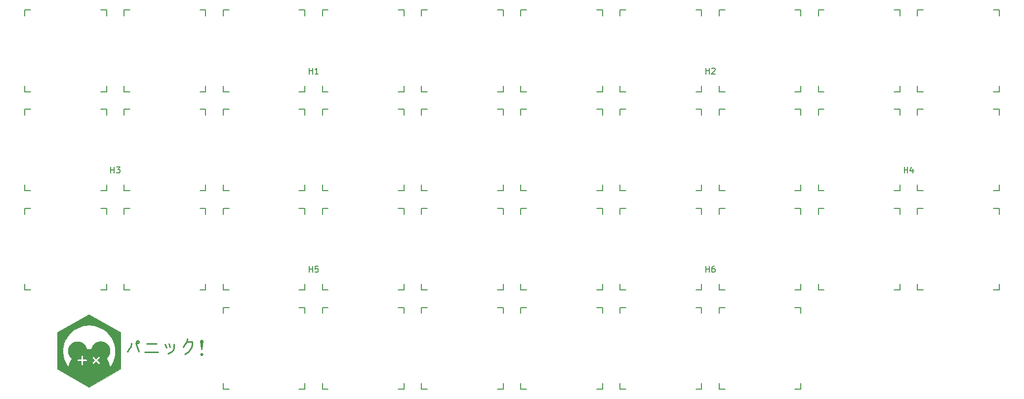
<source format=gbr>
%TF.GenerationSoftware,KiCad,Pcbnew,(6.0.4-0)*%
%TF.CreationDate,2023-01-08T13:58:21-06:00*%
%TF.ProjectId,bancouver40_cfx,62616e63-6f75-4766-9572-34305f636678,rev?*%
%TF.SameCoordinates,Original*%
%TF.FileFunction,Legend,Top*%
%TF.FilePolarity,Positive*%
%FSLAX46Y46*%
G04 Gerber Fmt 4.6, Leading zero omitted, Abs format (unit mm)*
G04 Created by KiCad (PCBNEW (6.0.4-0)) date 2023-01-08 13:58:21*
%MOMM*%
%LPD*%
G01*
G04 APERTURE LIST*
%ADD10C,0.010000*%
%ADD11C,0.280000*%
%ADD12C,0.150000*%
G04 APERTURE END LIST*
D10*
G36*
X86876667Y-68568130D02*
G01*
X92278571Y-71686921D01*
X92278574Y-77924511D01*
X86876662Y-81043303D01*
X81474757Y-77924512D01*
X81474756Y-74902553D01*
X82382210Y-74902553D01*
X82386314Y-75096210D01*
X82398514Y-75287783D01*
X82418645Y-75477106D01*
X82446540Y-75664013D01*
X82482035Y-75848338D01*
X82524962Y-76029915D01*
X82575157Y-76208579D01*
X82632452Y-76384164D01*
X82696682Y-76556503D01*
X82767682Y-76725431D01*
X82845285Y-76890781D01*
X82929326Y-77052388D01*
X83019638Y-77210087D01*
X83116055Y-77363710D01*
X83218412Y-77513092D01*
X83326543Y-77658068D01*
X83341832Y-77552162D01*
X83360192Y-77447277D01*
X83381575Y-77343460D01*
X83405935Y-77240757D01*
X83433223Y-77139217D01*
X83463393Y-77038887D01*
X83496397Y-76939813D01*
X83532188Y-76842045D01*
X83570718Y-76745628D01*
X83611941Y-76650610D01*
X83655808Y-76557038D01*
X83702272Y-76464961D01*
X83721347Y-76429728D01*
X84814350Y-76429728D01*
X84814559Y-76438218D01*
X84815181Y-76446600D01*
X84816205Y-76454865D01*
X84817622Y-76463002D01*
X84819422Y-76471002D01*
X84821595Y-76478854D01*
X84824131Y-76486548D01*
X84827019Y-76494076D01*
X84830251Y-76501427D01*
X84833817Y-76508590D01*
X84837706Y-76515557D01*
X84841908Y-76522317D01*
X84846415Y-76528861D01*
X84851215Y-76535178D01*
X84856299Y-76541259D01*
X84861657Y-76547094D01*
X84867280Y-76552673D01*
X84873157Y-76557986D01*
X84879278Y-76563023D01*
X84885634Y-76567775D01*
X84892215Y-76572231D01*
X84899010Y-76576381D01*
X84906011Y-76580216D01*
X84913207Y-76583726D01*
X84920588Y-76586902D01*
X84928144Y-76589732D01*
X84935866Y-76592207D01*
X84943743Y-76594318D01*
X84951767Y-76596054D01*
X84959926Y-76597406D01*
X84968211Y-76598363D01*
X84976612Y-76598916D01*
X84976612Y-76599061D01*
X85514061Y-76599061D01*
X85514061Y-77136509D01*
X85514205Y-77136509D01*
X85514758Y-77144911D01*
X85515716Y-77153196D01*
X85517067Y-77161355D01*
X85518803Y-77169378D01*
X85520914Y-77177256D01*
X85523389Y-77184978D01*
X85526220Y-77192534D01*
X85529395Y-77199915D01*
X85532905Y-77207111D01*
X85536740Y-77214111D01*
X85540891Y-77220907D01*
X85545347Y-77227488D01*
X85550098Y-77233844D01*
X85555135Y-77239965D01*
X85560448Y-77245842D01*
X85566027Y-77251464D01*
X85571862Y-77256823D01*
X85577943Y-77261907D01*
X85584260Y-77266707D01*
X85590804Y-77271213D01*
X85597564Y-77275416D01*
X85604531Y-77279305D01*
X85611695Y-77282870D01*
X85619046Y-77286102D01*
X85626573Y-77288991D01*
X85634268Y-77291526D01*
X85642120Y-77293699D01*
X85650120Y-77295499D01*
X85658257Y-77296916D01*
X85666521Y-77297940D01*
X85674904Y-77298562D01*
X85683394Y-77298771D01*
X85691884Y-77298562D01*
X85700267Y-77297940D01*
X85708531Y-77296916D01*
X85716668Y-77295499D01*
X85724667Y-77293699D01*
X85732519Y-77291526D01*
X85740214Y-77288991D01*
X85747741Y-77286102D01*
X85755092Y-77282870D01*
X85762255Y-77279305D01*
X85769222Y-77275416D01*
X85775982Y-77271213D01*
X85782526Y-77266707D01*
X85788843Y-77261907D01*
X85794924Y-77256823D01*
X85800759Y-77251464D01*
X85806338Y-77245842D01*
X85811650Y-77239965D01*
X85816688Y-77233844D01*
X85821439Y-77227488D01*
X85825895Y-77220907D01*
X85830045Y-77214111D01*
X85833881Y-77207111D01*
X85837391Y-77199915D01*
X85840566Y-77192534D01*
X85843396Y-77184978D01*
X85845871Y-77177256D01*
X85847982Y-77169378D01*
X85849718Y-77161355D01*
X85851070Y-77153196D01*
X85852027Y-77144911D01*
X85852581Y-77136509D01*
X85852726Y-77136509D01*
X85852726Y-76927795D01*
X87405888Y-76927795D01*
X87406225Y-76935709D01*
X87406930Y-76943604D01*
X87408003Y-76951466D01*
X87409443Y-76959279D01*
X87411252Y-76967031D01*
X87413429Y-76974707D01*
X87415973Y-76982294D01*
X87418885Y-76989777D01*
X87422165Y-76997142D01*
X87425813Y-77004376D01*
X87429829Y-77011465D01*
X87434213Y-77018394D01*
X87438965Y-77025150D01*
X87444085Y-77031718D01*
X87449572Y-77038085D01*
X87455428Y-77044236D01*
X87461580Y-77050092D01*
X87467947Y-77055579D01*
X87474515Y-77060699D01*
X87481270Y-77065451D01*
X87488200Y-77069834D01*
X87495288Y-77073850D01*
X87502522Y-77077498D01*
X87509888Y-77080778D01*
X87517371Y-77083691D01*
X87524957Y-77086235D01*
X87532633Y-77088411D01*
X87540385Y-77090220D01*
X87548199Y-77091660D01*
X87556060Y-77092733D01*
X87563955Y-77093438D01*
X87571870Y-77093775D01*
X87579790Y-77093744D01*
X87587703Y-77093345D01*
X87595593Y-77092578D01*
X87603447Y-77091444D01*
X87611251Y-77089941D01*
X87618992Y-77088071D01*
X87626654Y-77085832D01*
X87634224Y-77083226D01*
X87641688Y-77080252D01*
X87649032Y-77076910D01*
X87656243Y-77073200D01*
X87663305Y-77069122D01*
X87670206Y-77064677D01*
X87676931Y-77059863D01*
X87683467Y-77054682D01*
X87689798Y-77049132D01*
X87689850Y-77049184D01*
X87689901Y-77049236D01*
X88069936Y-76669203D01*
X88444970Y-77044236D01*
X88449968Y-77049236D01*
X88449995Y-77049210D01*
X88450021Y-77049184D01*
X88450046Y-77049158D01*
X88450058Y-77049145D01*
X88450071Y-77049132D01*
X88456403Y-77054682D01*
X88462938Y-77059863D01*
X88469663Y-77064677D01*
X88476564Y-77069122D01*
X88483627Y-77073200D01*
X88490838Y-77076910D01*
X88498182Y-77080252D01*
X88505647Y-77083226D01*
X88513217Y-77085832D01*
X88520879Y-77088071D01*
X88528619Y-77089941D01*
X88536423Y-77091444D01*
X88544278Y-77092578D01*
X88552168Y-77093345D01*
X88560080Y-77093744D01*
X88568001Y-77093775D01*
X88575916Y-77093438D01*
X88583811Y-77092733D01*
X88591672Y-77091660D01*
X88599485Y-77090220D01*
X88607237Y-77088411D01*
X88614913Y-77086235D01*
X88622500Y-77083691D01*
X88629983Y-77080778D01*
X88637349Y-77077498D01*
X88644582Y-77073850D01*
X88651671Y-77069834D01*
X88658600Y-77065451D01*
X88665356Y-77060699D01*
X88671924Y-77055579D01*
X88678291Y-77050092D01*
X88684443Y-77044236D01*
X88690298Y-77038085D01*
X88695785Y-77031718D01*
X88700905Y-77025150D01*
X88705657Y-77018394D01*
X88710041Y-77011465D01*
X88714056Y-77004376D01*
X88717704Y-76997142D01*
X88720985Y-76989777D01*
X88723897Y-76982294D01*
X88726441Y-76974707D01*
X88728618Y-76967031D01*
X88730426Y-76959279D01*
X88731867Y-76951466D01*
X88732940Y-76943604D01*
X88733645Y-76935709D01*
X88733982Y-76927795D01*
X88733951Y-76919874D01*
X88733552Y-76911962D01*
X88732785Y-76904072D01*
X88731650Y-76896217D01*
X88730148Y-76888413D01*
X88728278Y-76880673D01*
X88726039Y-76873011D01*
X88723433Y-76865441D01*
X88720459Y-76857977D01*
X88717117Y-76850632D01*
X88713407Y-76843422D01*
X88709329Y-76836359D01*
X88704884Y-76829458D01*
X88700070Y-76822733D01*
X88694888Y-76816198D01*
X88689339Y-76809866D01*
X88689443Y-76809762D01*
X88684443Y-76804763D01*
X88309407Y-76429729D01*
X88684443Y-76054696D01*
X88689443Y-76049696D01*
X88689417Y-76049669D01*
X88689391Y-76049644D01*
X88689339Y-76049592D01*
X88694888Y-76043260D01*
X88700070Y-76036725D01*
X88704884Y-76030000D01*
X88709329Y-76023099D01*
X88713407Y-76016036D01*
X88717117Y-76008826D01*
X88720459Y-76001482D01*
X88723433Y-75994017D01*
X88726039Y-75986447D01*
X88728278Y-75978785D01*
X88730148Y-75971045D01*
X88731650Y-75963241D01*
X88732785Y-75955387D01*
X88733552Y-75947496D01*
X88733951Y-75939584D01*
X88733982Y-75931663D01*
X88733645Y-75923749D01*
X88732940Y-75915854D01*
X88731867Y-75907992D01*
X88730426Y-75900179D01*
X88728618Y-75892427D01*
X88726441Y-75884751D01*
X88723897Y-75877164D01*
X88720985Y-75869681D01*
X88717704Y-75862316D01*
X88714056Y-75855082D01*
X88710041Y-75847993D01*
X88705657Y-75841064D01*
X88700905Y-75834309D01*
X88695785Y-75827740D01*
X88690298Y-75821373D01*
X88684443Y-75815222D01*
X88678291Y-75809366D01*
X88671924Y-75803879D01*
X88665355Y-75798759D01*
X88658600Y-75794007D01*
X88651670Y-75789623D01*
X88644582Y-75785607D01*
X88637348Y-75781959D01*
X88629982Y-75778679D01*
X88622499Y-75775767D01*
X88614913Y-75773222D01*
X88607237Y-75771046D01*
X88599485Y-75769237D01*
X88591671Y-75767797D01*
X88583810Y-75766724D01*
X88575915Y-75766019D01*
X88568000Y-75765682D01*
X88560080Y-75765713D01*
X88552168Y-75766112D01*
X88544277Y-75766878D01*
X88536423Y-75768013D01*
X88528619Y-75769516D01*
X88520879Y-75771386D01*
X88513217Y-75773624D01*
X88505646Y-75776230D01*
X88498182Y-75779204D01*
X88490838Y-75782546D01*
X88483627Y-75786256D01*
X88476564Y-75790334D01*
X88469663Y-75794780D01*
X88462938Y-75799593D01*
X88456403Y-75804774D01*
X88450071Y-75810324D01*
X88450020Y-75810272D01*
X88449994Y-75810246D01*
X88449980Y-75810233D01*
X88449967Y-75810221D01*
X88445118Y-75815074D01*
X88445080Y-75815111D01*
X88445044Y-75815148D01*
X88444971Y-75815222D01*
X88069936Y-76190255D01*
X87694902Y-75815220D01*
X87689901Y-75810221D01*
X87689798Y-75810324D01*
X87683467Y-75804774D01*
X87676931Y-75799593D01*
X87670206Y-75794779D01*
X87663305Y-75790334D01*
X87656243Y-75786256D01*
X87649032Y-75782546D01*
X87641688Y-75779204D01*
X87634224Y-75776230D01*
X87626654Y-75773624D01*
X87618992Y-75771385D01*
X87611251Y-75769515D01*
X87603447Y-75768012D01*
X87595593Y-75766878D01*
X87587703Y-75766111D01*
X87579790Y-75765712D01*
X87571870Y-75765681D01*
X87563955Y-75766018D01*
X87556060Y-75766723D01*
X87548199Y-75767796D01*
X87540385Y-75769237D01*
X87532633Y-75771045D01*
X87524957Y-75773222D01*
X87517371Y-75775766D01*
X87509888Y-75778678D01*
X87502522Y-75781958D01*
X87495288Y-75785606D01*
X87488200Y-75789622D01*
X87481270Y-75794006D01*
X87474515Y-75798758D01*
X87467947Y-75803877D01*
X87461580Y-75809365D01*
X87455428Y-75815220D01*
X87449572Y-75821372D01*
X87444085Y-75827739D01*
X87438965Y-75834307D01*
X87434213Y-75841063D01*
X87429829Y-75847992D01*
X87425813Y-75855081D01*
X87422165Y-75862315D01*
X87418885Y-75869680D01*
X87415973Y-75877164D01*
X87413429Y-75884750D01*
X87411252Y-75892426D01*
X87409443Y-75900178D01*
X87408003Y-75907992D01*
X87406930Y-75915853D01*
X87406225Y-75923748D01*
X87405888Y-75931663D01*
X87405919Y-75939583D01*
X87406318Y-75947496D01*
X87407085Y-75955386D01*
X87408219Y-75963240D01*
X87409722Y-75971044D01*
X87411592Y-75978784D01*
X87413830Y-75986446D01*
X87416437Y-75994017D01*
X87419411Y-76001481D01*
X87422753Y-76008825D01*
X87426462Y-76016036D01*
X87430540Y-76023099D01*
X87434986Y-76030000D01*
X87439799Y-76036725D01*
X87444981Y-76043260D01*
X87450530Y-76049592D01*
X87450428Y-76049694D01*
X87455428Y-76054694D01*
X87830462Y-76429729D01*
X87450429Y-76809762D01*
X87450530Y-76809866D01*
X87444981Y-76816198D01*
X87439799Y-76822733D01*
X87434986Y-76829458D01*
X87430540Y-76836359D01*
X87426462Y-76843422D01*
X87422753Y-76850632D01*
X87419411Y-76857977D01*
X87416437Y-76865441D01*
X87413830Y-76873011D01*
X87411592Y-76880673D01*
X87409722Y-76888413D01*
X87408219Y-76896217D01*
X87407085Y-76904072D01*
X87406318Y-76911962D01*
X87405919Y-76919874D01*
X87405888Y-76927795D01*
X85852726Y-76927795D01*
X85852726Y-76599061D01*
X86390175Y-76599061D01*
X86390175Y-76598916D01*
X86398576Y-76598363D01*
X86406861Y-76597406D01*
X86415020Y-76596054D01*
X86423044Y-76594318D01*
X86430921Y-76592207D01*
X86438643Y-76589732D01*
X86446199Y-76586902D01*
X86453580Y-76583726D01*
X86460776Y-76580216D01*
X86467777Y-76576381D01*
X86474572Y-76572231D01*
X86481153Y-76567775D01*
X86487509Y-76563023D01*
X86493630Y-76557986D01*
X86499507Y-76552673D01*
X86505130Y-76547094D01*
X86510488Y-76541259D01*
X86515572Y-76535178D01*
X86520372Y-76528861D01*
X86524879Y-76522317D01*
X86529081Y-76515557D01*
X86532970Y-76508590D01*
X86536536Y-76501427D01*
X86539768Y-76494076D01*
X86542656Y-76486548D01*
X86545192Y-76478854D01*
X86547365Y-76471002D01*
X86549164Y-76463002D01*
X86550581Y-76454865D01*
X86551606Y-76446600D01*
X86552228Y-76438218D01*
X86552437Y-76429728D01*
X86552228Y-76421237D01*
X86551606Y-76412855D01*
X86550581Y-76404590D01*
X86549164Y-76396453D01*
X86547365Y-76388454D01*
X86545192Y-76380602D01*
X86542656Y-76372907D01*
X86539768Y-76365379D01*
X86536536Y-76358029D01*
X86532970Y-76350865D01*
X86529081Y-76343898D01*
X86524879Y-76337138D01*
X86520372Y-76330594D01*
X86515572Y-76324277D01*
X86510488Y-76318196D01*
X86505130Y-76312361D01*
X86499507Y-76306782D01*
X86493630Y-76301469D01*
X86487509Y-76296432D01*
X86481153Y-76291680D01*
X86474572Y-76287224D01*
X86467777Y-76283074D01*
X86460776Y-76279239D01*
X86453580Y-76275729D01*
X86446199Y-76272554D01*
X86438643Y-76269723D01*
X86430921Y-76267248D01*
X86423044Y-76265137D01*
X86415020Y-76263401D01*
X86406861Y-76262050D01*
X86398576Y-76261092D01*
X86390175Y-76260539D01*
X86390175Y-76260395D01*
X86383313Y-76260397D01*
X85852726Y-76260397D01*
X85852726Y-75722946D01*
X85852582Y-75722946D01*
X85852029Y-75714545D01*
X85851071Y-75706260D01*
X85849720Y-75698101D01*
X85847984Y-75690077D01*
X85845873Y-75682200D01*
X85843397Y-75674478D01*
X85840567Y-75666922D01*
X85837392Y-75659541D01*
X85833882Y-75652345D01*
X85830047Y-75645344D01*
X85825896Y-75638549D01*
X85821440Y-75631968D01*
X85816689Y-75625612D01*
X85811651Y-75619490D01*
X85806338Y-75613613D01*
X85800760Y-75607991D01*
X85794925Y-75602633D01*
X85788844Y-75597548D01*
X85782526Y-75592748D01*
X85775983Y-75588242D01*
X85769222Y-75584039D01*
X85762255Y-75580150D01*
X85755092Y-75576585D01*
X85747741Y-75573353D01*
X85740214Y-75570464D01*
X85732519Y-75567928D01*
X85724667Y-75565756D01*
X85716668Y-75563956D01*
X85708531Y-75562539D01*
X85700267Y-75561514D01*
X85691884Y-75560893D01*
X85683394Y-75560683D01*
X85674904Y-75560893D01*
X85666521Y-75561514D01*
X85658257Y-75562539D01*
X85650120Y-75563956D01*
X85642120Y-75565756D01*
X85634268Y-75567928D01*
X85626573Y-75570464D01*
X85619046Y-75573353D01*
X85611695Y-75576585D01*
X85604531Y-75580150D01*
X85597564Y-75584039D01*
X85590804Y-75588242D01*
X85584260Y-75592748D01*
X85577943Y-75597548D01*
X85571862Y-75602633D01*
X85566027Y-75607991D01*
X85560448Y-75613613D01*
X85555135Y-75619490D01*
X85550098Y-75625612D01*
X85545347Y-75631968D01*
X85540891Y-75638549D01*
X85536740Y-75645344D01*
X85532905Y-75652345D01*
X85529395Y-75659541D01*
X85526220Y-75666922D01*
X85523389Y-75674478D01*
X85520914Y-75682200D01*
X85518803Y-75690077D01*
X85517067Y-75698101D01*
X85515716Y-75706260D01*
X85514758Y-75714545D01*
X85514205Y-75722946D01*
X85514061Y-75722946D01*
X85514061Y-76260395D01*
X84976612Y-76260395D01*
X84976612Y-76260540D01*
X84968210Y-76261094D01*
X84959925Y-76262051D01*
X84951766Y-76263403D01*
X84943743Y-76265139D01*
X84935865Y-76267250D01*
X84928143Y-76269725D01*
X84920587Y-76272555D01*
X84913206Y-76275730D01*
X84906010Y-76279240D01*
X84899010Y-76283075D01*
X84892214Y-76287226D01*
X84885633Y-76291682D01*
X84879277Y-76296433D01*
X84873156Y-76301470D01*
X84867279Y-76306783D01*
X84861657Y-76312362D01*
X84856298Y-76318197D01*
X84851214Y-76324278D01*
X84846414Y-76330595D01*
X84841908Y-76337139D01*
X84837705Y-76343899D01*
X84833816Y-76350866D01*
X84830251Y-76358029D01*
X84827019Y-76365380D01*
X84824130Y-76372908D01*
X84821595Y-76380602D01*
X84819422Y-76388454D01*
X84817622Y-76396454D01*
X84816205Y-76404590D01*
X84815181Y-76412855D01*
X84814559Y-76421237D01*
X84814350Y-76429728D01*
X83721347Y-76429728D01*
X83751286Y-76374425D01*
X83802803Y-76285477D01*
X83856775Y-76198166D01*
X83913155Y-76112538D01*
X83841884Y-76055618D01*
X83773998Y-75994820D01*
X83709664Y-75930310D01*
X83649051Y-75862255D01*
X83592325Y-75790823D01*
X83539653Y-75716182D01*
X83491203Y-75638498D01*
X83447143Y-75557940D01*
X83407640Y-75474673D01*
X83372860Y-75388867D01*
X83342973Y-75300688D01*
X83318144Y-75210303D01*
X83298541Y-75117880D01*
X83284332Y-75023587D01*
X83275683Y-74927590D01*
X83272763Y-74830058D01*
X83274852Y-74747520D01*
X83281053Y-74666061D01*
X83291263Y-74585782D01*
X83305383Y-74506784D01*
X83323311Y-74429168D01*
X83344946Y-74353036D01*
X83370187Y-74278488D01*
X83398933Y-74205625D01*
X83431082Y-74134549D01*
X83466535Y-74065360D01*
X83505188Y-73998160D01*
X83546942Y-73933050D01*
X83591696Y-73870131D01*
X83639348Y-73809503D01*
X83689797Y-73751269D01*
X83742943Y-73695528D01*
X83798683Y-73642383D01*
X83856918Y-73591933D01*
X83917545Y-73544281D01*
X83980465Y-73499528D01*
X84045575Y-73457774D01*
X84112775Y-73419120D01*
X84181964Y-73383668D01*
X84253040Y-73351519D01*
X84325902Y-73322773D01*
X84400451Y-73297532D01*
X84476583Y-73275897D01*
X84554199Y-73257969D01*
X84633196Y-73243849D01*
X84713475Y-73233638D01*
X84794934Y-73227438D01*
X84877472Y-73225348D01*
X84951633Y-73227034D01*
X85024931Y-73232043D01*
X85097295Y-73240302D01*
X85168651Y-73251738D01*
X85238926Y-73266277D01*
X85308047Y-73283847D01*
X85375940Y-73304373D01*
X85442532Y-73327784D01*
X85507751Y-73354006D01*
X85571522Y-73382965D01*
X85633774Y-73414589D01*
X85694432Y-73448804D01*
X85753423Y-73485537D01*
X85810675Y-73524716D01*
X85866114Y-73566266D01*
X85919667Y-73610114D01*
X85971261Y-73656189D01*
X86020822Y-73704415D01*
X86068278Y-73754720D01*
X86113554Y-73807032D01*
X86156579Y-73861276D01*
X86197279Y-73917380D01*
X86235581Y-73975270D01*
X86271411Y-74034873D01*
X86304696Y-74096116D01*
X86335364Y-74158927D01*
X86363340Y-74223230D01*
X86388553Y-74288955D01*
X86410928Y-74356027D01*
X86430392Y-74424372D01*
X86446873Y-74493919D01*
X86460297Y-74564594D01*
X86511631Y-74559014D01*
X86563178Y-74554161D01*
X86614934Y-74550040D01*
X86666894Y-74546657D01*
X86719052Y-74544016D01*
X86771403Y-74542124D01*
X86823942Y-74540984D01*
X86876664Y-74540603D01*
X86876665Y-74540603D01*
X86925828Y-74540935D01*
X86974832Y-74541925D01*
X87023674Y-74543572D01*
X87072349Y-74545869D01*
X87120853Y-74548814D01*
X87169182Y-74552401D01*
X87217332Y-74556627D01*
X87265297Y-74561487D01*
X87277929Y-74489836D01*
X87293695Y-74419312D01*
X87312522Y-74349991D01*
X87334334Y-74281948D01*
X87359056Y-74215257D01*
X87386612Y-74149996D01*
X87416927Y-74086237D01*
X87449927Y-74024058D01*
X87485535Y-73963532D01*
X87523677Y-73904736D01*
X87564277Y-73847744D01*
X87607260Y-73792632D01*
X87652551Y-73739475D01*
X87700075Y-73688349D01*
X87749756Y-73639327D01*
X87801520Y-73592487D01*
X87855290Y-73547902D01*
X87910992Y-73505649D01*
X87968550Y-73465802D01*
X88027890Y-73428436D01*
X88088936Y-73393628D01*
X88151612Y-73361451D01*
X88215844Y-73331982D01*
X88281556Y-73305296D01*
X88348674Y-73281467D01*
X88417121Y-73260571D01*
X88486822Y-73242684D01*
X88557703Y-73227880D01*
X88629688Y-73216235D01*
X88702702Y-73207824D01*
X88776670Y-73202723D01*
X88851516Y-73201005D01*
X88934053Y-73203095D01*
X89015512Y-73209295D01*
X89095791Y-73219506D01*
X89174789Y-73233626D01*
X89252405Y-73251554D01*
X89328537Y-73273189D01*
X89403085Y-73298430D01*
X89475948Y-73327175D01*
X89547024Y-73359325D01*
X89616212Y-73394777D01*
X89683412Y-73433431D01*
X89748522Y-73475185D01*
X89811442Y-73519938D01*
X89872069Y-73567590D01*
X89930304Y-73618040D01*
X89986045Y-73671185D01*
X90039190Y-73726925D01*
X90089639Y-73785160D01*
X90137291Y-73845788D01*
X90182045Y-73908707D01*
X90223799Y-73973817D01*
X90262453Y-74041017D01*
X90297905Y-74110206D01*
X90330054Y-74181282D01*
X90358800Y-74254145D01*
X90384041Y-74328693D01*
X90405676Y-74404825D01*
X90423604Y-74482441D01*
X90437724Y-74561439D01*
X90447934Y-74641718D01*
X90454135Y-74723177D01*
X90456224Y-74805715D01*
X90453330Y-74902830D01*
X90444755Y-74998423D01*
X90430666Y-75092328D01*
X90411228Y-75184382D01*
X90386605Y-75274417D01*
X90356964Y-75362270D01*
X90322469Y-75447774D01*
X90283286Y-75530765D01*
X90239580Y-75611078D01*
X90191515Y-75688547D01*
X90139258Y-75763007D01*
X90082974Y-75834293D01*
X90022827Y-75902240D01*
X89958982Y-75966682D01*
X89891606Y-76027454D01*
X89820864Y-76084391D01*
X89879201Y-76171238D01*
X89935044Y-76259854D01*
X89988343Y-76350189D01*
X90039047Y-76442193D01*
X90087107Y-76535815D01*
X90132471Y-76631006D01*
X90175089Y-76727714D01*
X90214912Y-76825889D01*
X90251888Y-76925482D01*
X90285967Y-77026441D01*
X90317098Y-77128716D01*
X90345233Y-77232256D01*
X90370319Y-77337013D01*
X90392307Y-77442934D01*
X90411146Y-77549969D01*
X90426786Y-77658069D01*
X90534917Y-77513094D01*
X90637274Y-77363711D01*
X90733691Y-77210088D01*
X90824004Y-77052390D01*
X90908044Y-76890782D01*
X90985647Y-76725432D01*
X91056647Y-76556504D01*
X91120878Y-76384165D01*
X91178173Y-76208580D01*
X91228368Y-76029916D01*
X91271295Y-75848338D01*
X91306790Y-75664013D01*
X91334685Y-75477106D01*
X91354816Y-75287783D01*
X91367016Y-75096210D01*
X91371120Y-74902553D01*
X91365268Y-74671382D01*
X91347902Y-74443232D01*
X91319303Y-74218387D01*
X91279756Y-73997131D01*
X91229544Y-73779746D01*
X91168949Y-73566515D01*
X91098254Y-73357721D01*
X91017743Y-73153648D01*
X90927700Y-72954578D01*
X90828406Y-72760796D01*
X90720145Y-72572583D01*
X90603200Y-72390223D01*
X90477855Y-72213999D01*
X90344392Y-72044193D01*
X90203094Y-71881091D01*
X90054245Y-71724973D01*
X89898127Y-71576124D01*
X89735024Y-71434826D01*
X89565219Y-71301363D01*
X89388995Y-71176018D01*
X89206635Y-71059073D01*
X89018422Y-70950812D01*
X88824639Y-70851518D01*
X88625570Y-70761475D01*
X88421497Y-70680964D01*
X88212703Y-70610270D01*
X87999472Y-70549675D01*
X87782087Y-70499462D01*
X87560831Y-70459915D01*
X87335986Y-70431317D01*
X87107837Y-70413950D01*
X86876665Y-70408098D01*
X86645494Y-70413950D01*
X86417344Y-70431317D01*
X86192500Y-70459915D01*
X85971243Y-70499462D01*
X85753858Y-70549675D01*
X85540627Y-70610270D01*
X85331834Y-70680964D01*
X85127761Y-70761475D01*
X84928691Y-70851518D01*
X84734908Y-70950812D01*
X84546695Y-71059073D01*
X84364335Y-71176018D01*
X84188111Y-71301363D01*
X84018306Y-71434826D01*
X83855203Y-71576124D01*
X83699086Y-71724973D01*
X83550236Y-71881091D01*
X83408939Y-72044193D01*
X83275476Y-72213999D01*
X83150130Y-72390223D01*
X83033185Y-72572583D01*
X82924924Y-72760796D01*
X82825631Y-72954578D01*
X82735587Y-73153648D01*
X82655076Y-73357721D01*
X82584382Y-73566515D01*
X82523787Y-73779746D01*
X82473574Y-73997131D01*
X82434027Y-74218387D01*
X82405429Y-74443232D01*
X82388062Y-74671382D01*
X82382210Y-74902553D01*
X81474756Y-74902553D01*
X81474755Y-71686923D01*
X86876667Y-68568130D01*
G37*
X86876667Y-68568130D02*
X92278571Y-71686921D01*
X92278574Y-77924511D01*
X86876662Y-81043303D01*
X81474757Y-77924512D01*
X81474756Y-74902553D01*
X82382210Y-74902553D01*
X82386314Y-75096210D01*
X82398514Y-75287783D01*
X82418645Y-75477106D01*
X82446540Y-75664013D01*
X82482035Y-75848338D01*
X82524962Y-76029915D01*
X82575157Y-76208579D01*
X82632452Y-76384164D01*
X82696682Y-76556503D01*
X82767682Y-76725431D01*
X82845285Y-76890781D01*
X82929326Y-77052388D01*
X83019638Y-77210087D01*
X83116055Y-77363710D01*
X83218412Y-77513092D01*
X83326543Y-77658068D01*
X83341832Y-77552162D01*
X83360192Y-77447277D01*
X83381575Y-77343460D01*
X83405935Y-77240757D01*
X83433223Y-77139217D01*
X83463393Y-77038887D01*
X83496397Y-76939813D01*
X83532188Y-76842045D01*
X83570718Y-76745628D01*
X83611941Y-76650610D01*
X83655808Y-76557038D01*
X83702272Y-76464961D01*
X83721347Y-76429728D01*
X84814350Y-76429728D01*
X84814559Y-76438218D01*
X84815181Y-76446600D01*
X84816205Y-76454865D01*
X84817622Y-76463002D01*
X84819422Y-76471002D01*
X84821595Y-76478854D01*
X84824131Y-76486548D01*
X84827019Y-76494076D01*
X84830251Y-76501427D01*
X84833817Y-76508590D01*
X84837706Y-76515557D01*
X84841908Y-76522317D01*
X84846415Y-76528861D01*
X84851215Y-76535178D01*
X84856299Y-76541259D01*
X84861657Y-76547094D01*
X84867280Y-76552673D01*
X84873157Y-76557986D01*
X84879278Y-76563023D01*
X84885634Y-76567775D01*
X84892215Y-76572231D01*
X84899010Y-76576381D01*
X84906011Y-76580216D01*
X84913207Y-76583726D01*
X84920588Y-76586902D01*
X84928144Y-76589732D01*
X84935866Y-76592207D01*
X84943743Y-76594318D01*
X84951767Y-76596054D01*
X84959926Y-76597406D01*
X84968211Y-76598363D01*
X84976612Y-76598916D01*
X84976612Y-76599061D01*
X85514061Y-76599061D01*
X85514061Y-77136509D01*
X85514205Y-77136509D01*
X85514758Y-77144911D01*
X85515716Y-77153196D01*
X85517067Y-77161355D01*
X85518803Y-77169378D01*
X85520914Y-77177256D01*
X85523389Y-77184978D01*
X85526220Y-77192534D01*
X85529395Y-77199915D01*
X85532905Y-77207111D01*
X85536740Y-77214111D01*
X85540891Y-77220907D01*
X85545347Y-77227488D01*
X85550098Y-77233844D01*
X85555135Y-77239965D01*
X85560448Y-77245842D01*
X85566027Y-77251464D01*
X85571862Y-77256823D01*
X85577943Y-77261907D01*
X85584260Y-77266707D01*
X85590804Y-77271213D01*
X85597564Y-77275416D01*
X85604531Y-77279305D01*
X85611695Y-77282870D01*
X85619046Y-77286102D01*
X85626573Y-77288991D01*
X85634268Y-77291526D01*
X85642120Y-77293699D01*
X85650120Y-77295499D01*
X85658257Y-77296916D01*
X85666521Y-77297940D01*
X85674904Y-77298562D01*
X85683394Y-77298771D01*
X85691884Y-77298562D01*
X85700267Y-77297940D01*
X85708531Y-77296916D01*
X85716668Y-77295499D01*
X85724667Y-77293699D01*
X85732519Y-77291526D01*
X85740214Y-77288991D01*
X85747741Y-77286102D01*
X85755092Y-77282870D01*
X85762255Y-77279305D01*
X85769222Y-77275416D01*
X85775982Y-77271213D01*
X85782526Y-77266707D01*
X85788843Y-77261907D01*
X85794924Y-77256823D01*
X85800759Y-77251464D01*
X85806338Y-77245842D01*
X85811650Y-77239965D01*
X85816688Y-77233844D01*
X85821439Y-77227488D01*
X85825895Y-77220907D01*
X85830045Y-77214111D01*
X85833881Y-77207111D01*
X85837391Y-77199915D01*
X85840566Y-77192534D01*
X85843396Y-77184978D01*
X85845871Y-77177256D01*
X85847982Y-77169378D01*
X85849718Y-77161355D01*
X85851070Y-77153196D01*
X85852027Y-77144911D01*
X85852581Y-77136509D01*
X85852726Y-77136509D01*
X85852726Y-76927795D01*
X87405888Y-76927795D01*
X87406225Y-76935709D01*
X87406930Y-76943604D01*
X87408003Y-76951466D01*
X87409443Y-76959279D01*
X87411252Y-76967031D01*
X87413429Y-76974707D01*
X87415973Y-76982294D01*
X87418885Y-76989777D01*
X87422165Y-76997142D01*
X87425813Y-77004376D01*
X87429829Y-77011465D01*
X87434213Y-77018394D01*
X87438965Y-77025150D01*
X87444085Y-77031718D01*
X87449572Y-77038085D01*
X87455428Y-77044236D01*
X87461580Y-77050092D01*
X87467947Y-77055579D01*
X87474515Y-77060699D01*
X87481270Y-77065451D01*
X87488200Y-77069834D01*
X87495288Y-77073850D01*
X87502522Y-77077498D01*
X87509888Y-77080778D01*
X87517371Y-77083691D01*
X87524957Y-77086235D01*
X87532633Y-77088411D01*
X87540385Y-77090220D01*
X87548199Y-77091660D01*
X87556060Y-77092733D01*
X87563955Y-77093438D01*
X87571870Y-77093775D01*
X87579790Y-77093744D01*
X87587703Y-77093345D01*
X87595593Y-77092578D01*
X87603447Y-77091444D01*
X87611251Y-77089941D01*
X87618992Y-77088071D01*
X87626654Y-77085832D01*
X87634224Y-77083226D01*
X87641688Y-77080252D01*
X87649032Y-77076910D01*
X87656243Y-77073200D01*
X87663305Y-77069122D01*
X87670206Y-77064677D01*
X87676931Y-77059863D01*
X87683467Y-77054682D01*
X87689798Y-77049132D01*
X87689850Y-77049184D01*
X87689901Y-77049236D01*
X88069936Y-76669203D01*
X88444970Y-77044236D01*
X88449968Y-77049236D01*
X88449995Y-77049210D01*
X88450021Y-77049184D01*
X88450046Y-77049158D01*
X88450058Y-77049145D01*
X88450071Y-77049132D01*
X88456403Y-77054682D01*
X88462938Y-77059863D01*
X88469663Y-77064677D01*
X88476564Y-77069122D01*
X88483627Y-77073200D01*
X88490838Y-77076910D01*
X88498182Y-77080252D01*
X88505647Y-77083226D01*
X88513217Y-77085832D01*
X88520879Y-77088071D01*
X88528619Y-77089941D01*
X88536423Y-77091444D01*
X88544278Y-77092578D01*
X88552168Y-77093345D01*
X88560080Y-77093744D01*
X88568001Y-77093775D01*
X88575916Y-77093438D01*
X88583811Y-77092733D01*
X88591672Y-77091660D01*
X88599485Y-77090220D01*
X88607237Y-77088411D01*
X88614913Y-77086235D01*
X88622500Y-77083691D01*
X88629983Y-77080778D01*
X88637349Y-77077498D01*
X88644582Y-77073850D01*
X88651671Y-77069834D01*
X88658600Y-77065451D01*
X88665356Y-77060699D01*
X88671924Y-77055579D01*
X88678291Y-77050092D01*
X88684443Y-77044236D01*
X88690298Y-77038085D01*
X88695785Y-77031718D01*
X88700905Y-77025150D01*
X88705657Y-77018394D01*
X88710041Y-77011465D01*
X88714056Y-77004376D01*
X88717704Y-76997142D01*
X88720985Y-76989777D01*
X88723897Y-76982294D01*
X88726441Y-76974707D01*
X88728618Y-76967031D01*
X88730426Y-76959279D01*
X88731867Y-76951466D01*
X88732940Y-76943604D01*
X88733645Y-76935709D01*
X88733982Y-76927795D01*
X88733951Y-76919874D01*
X88733552Y-76911962D01*
X88732785Y-76904072D01*
X88731650Y-76896217D01*
X88730148Y-76888413D01*
X88728278Y-76880673D01*
X88726039Y-76873011D01*
X88723433Y-76865441D01*
X88720459Y-76857977D01*
X88717117Y-76850632D01*
X88713407Y-76843422D01*
X88709329Y-76836359D01*
X88704884Y-76829458D01*
X88700070Y-76822733D01*
X88694888Y-76816198D01*
X88689339Y-76809866D01*
X88689443Y-76809762D01*
X88684443Y-76804763D01*
X88309407Y-76429729D01*
X88684443Y-76054696D01*
X88689443Y-76049696D01*
X88689417Y-76049669D01*
X88689391Y-76049644D01*
X88689339Y-76049592D01*
X88694888Y-76043260D01*
X88700070Y-76036725D01*
X88704884Y-76030000D01*
X88709329Y-76023099D01*
X88713407Y-76016036D01*
X88717117Y-76008826D01*
X88720459Y-76001482D01*
X88723433Y-75994017D01*
X88726039Y-75986447D01*
X88728278Y-75978785D01*
X88730148Y-75971045D01*
X88731650Y-75963241D01*
X88732785Y-75955387D01*
X88733552Y-75947496D01*
X88733951Y-75939584D01*
X88733982Y-75931663D01*
X88733645Y-75923749D01*
X88732940Y-75915854D01*
X88731867Y-75907992D01*
X88730426Y-75900179D01*
X88728618Y-75892427D01*
X88726441Y-75884751D01*
X88723897Y-75877164D01*
X88720985Y-75869681D01*
X88717704Y-75862316D01*
X88714056Y-75855082D01*
X88710041Y-75847993D01*
X88705657Y-75841064D01*
X88700905Y-75834309D01*
X88695785Y-75827740D01*
X88690298Y-75821373D01*
X88684443Y-75815222D01*
X88678291Y-75809366D01*
X88671924Y-75803879D01*
X88665355Y-75798759D01*
X88658600Y-75794007D01*
X88651670Y-75789623D01*
X88644582Y-75785607D01*
X88637348Y-75781959D01*
X88629982Y-75778679D01*
X88622499Y-75775767D01*
X88614913Y-75773222D01*
X88607237Y-75771046D01*
X88599485Y-75769237D01*
X88591671Y-75767797D01*
X88583810Y-75766724D01*
X88575915Y-75766019D01*
X88568000Y-75765682D01*
X88560080Y-75765713D01*
X88552168Y-75766112D01*
X88544277Y-75766878D01*
X88536423Y-75768013D01*
X88528619Y-75769516D01*
X88520879Y-75771386D01*
X88513217Y-75773624D01*
X88505646Y-75776230D01*
X88498182Y-75779204D01*
X88490838Y-75782546D01*
X88483627Y-75786256D01*
X88476564Y-75790334D01*
X88469663Y-75794780D01*
X88462938Y-75799593D01*
X88456403Y-75804774D01*
X88450071Y-75810324D01*
X88450020Y-75810272D01*
X88449994Y-75810246D01*
X88449980Y-75810233D01*
X88449967Y-75810221D01*
X88445118Y-75815074D01*
X88445080Y-75815111D01*
X88445044Y-75815148D01*
X88444971Y-75815222D01*
X88069936Y-76190255D01*
X87694902Y-75815220D01*
X87689901Y-75810221D01*
X87689798Y-75810324D01*
X87683467Y-75804774D01*
X87676931Y-75799593D01*
X87670206Y-75794779D01*
X87663305Y-75790334D01*
X87656243Y-75786256D01*
X87649032Y-75782546D01*
X87641688Y-75779204D01*
X87634224Y-75776230D01*
X87626654Y-75773624D01*
X87618992Y-75771385D01*
X87611251Y-75769515D01*
X87603447Y-75768012D01*
X87595593Y-75766878D01*
X87587703Y-75766111D01*
X87579790Y-75765712D01*
X87571870Y-75765681D01*
X87563955Y-75766018D01*
X87556060Y-75766723D01*
X87548199Y-75767796D01*
X87540385Y-75769237D01*
X87532633Y-75771045D01*
X87524957Y-75773222D01*
X87517371Y-75775766D01*
X87509888Y-75778678D01*
X87502522Y-75781958D01*
X87495288Y-75785606D01*
X87488200Y-75789622D01*
X87481270Y-75794006D01*
X87474515Y-75798758D01*
X87467947Y-75803877D01*
X87461580Y-75809365D01*
X87455428Y-75815220D01*
X87449572Y-75821372D01*
X87444085Y-75827739D01*
X87438965Y-75834307D01*
X87434213Y-75841063D01*
X87429829Y-75847992D01*
X87425813Y-75855081D01*
X87422165Y-75862315D01*
X87418885Y-75869680D01*
X87415973Y-75877164D01*
X87413429Y-75884750D01*
X87411252Y-75892426D01*
X87409443Y-75900178D01*
X87408003Y-75907992D01*
X87406930Y-75915853D01*
X87406225Y-75923748D01*
X87405888Y-75931663D01*
X87405919Y-75939583D01*
X87406318Y-75947496D01*
X87407085Y-75955386D01*
X87408219Y-75963240D01*
X87409722Y-75971044D01*
X87411592Y-75978784D01*
X87413830Y-75986446D01*
X87416437Y-75994017D01*
X87419411Y-76001481D01*
X87422753Y-76008825D01*
X87426462Y-76016036D01*
X87430540Y-76023099D01*
X87434986Y-76030000D01*
X87439799Y-76036725D01*
X87444981Y-76043260D01*
X87450530Y-76049592D01*
X87450428Y-76049694D01*
X87455428Y-76054694D01*
X87830462Y-76429729D01*
X87450429Y-76809762D01*
X87450530Y-76809866D01*
X87444981Y-76816198D01*
X87439799Y-76822733D01*
X87434986Y-76829458D01*
X87430540Y-76836359D01*
X87426462Y-76843422D01*
X87422753Y-76850632D01*
X87419411Y-76857977D01*
X87416437Y-76865441D01*
X87413830Y-76873011D01*
X87411592Y-76880673D01*
X87409722Y-76888413D01*
X87408219Y-76896217D01*
X87407085Y-76904072D01*
X87406318Y-76911962D01*
X87405919Y-76919874D01*
X87405888Y-76927795D01*
X85852726Y-76927795D01*
X85852726Y-76599061D01*
X86390175Y-76599061D01*
X86390175Y-76598916D01*
X86398576Y-76598363D01*
X86406861Y-76597406D01*
X86415020Y-76596054D01*
X86423044Y-76594318D01*
X86430921Y-76592207D01*
X86438643Y-76589732D01*
X86446199Y-76586902D01*
X86453580Y-76583726D01*
X86460776Y-76580216D01*
X86467777Y-76576381D01*
X86474572Y-76572231D01*
X86481153Y-76567775D01*
X86487509Y-76563023D01*
X86493630Y-76557986D01*
X86499507Y-76552673D01*
X86505130Y-76547094D01*
X86510488Y-76541259D01*
X86515572Y-76535178D01*
X86520372Y-76528861D01*
X86524879Y-76522317D01*
X86529081Y-76515557D01*
X86532970Y-76508590D01*
X86536536Y-76501427D01*
X86539768Y-76494076D01*
X86542656Y-76486548D01*
X86545192Y-76478854D01*
X86547365Y-76471002D01*
X86549164Y-76463002D01*
X86550581Y-76454865D01*
X86551606Y-76446600D01*
X86552228Y-76438218D01*
X86552437Y-76429728D01*
X86552228Y-76421237D01*
X86551606Y-76412855D01*
X86550581Y-76404590D01*
X86549164Y-76396453D01*
X86547365Y-76388454D01*
X86545192Y-76380602D01*
X86542656Y-76372907D01*
X86539768Y-76365379D01*
X86536536Y-76358029D01*
X86532970Y-76350865D01*
X86529081Y-76343898D01*
X86524879Y-76337138D01*
X86520372Y-76330594D01*
X86515572Y-76324277D01*
X86510488Y-76318196D01*
X86505130Y-76312361D01*
X86499507Y-76306782D01*
X86493630Y-76301469D01*
X86487509Y-76296432D01*
X86481153Y-76291680D01*
X86474572Y-76287224D01*
X86467777Y-76283074D01*
X86460776Y-76279239D01*
X86453580Y-76275729D01*
X86446199Y-76272554D01*
X86438643Y-76269723D01*
X86430921Y-76267248D01*
X86423044Y-76265137D01*
X86415020Y-76263401D01*
X86406861Y-76262050D01*
X86398576Y-76261092D01*
X86390175Y-76260539D01*
X86390175Y-76260395D01*
X86383313Y-76260397D01*
X85852726Y-76260397D01*
X85852726Y-75722946D01*
X85852582Y-75722946D01*
X85852029Y-75714545D01*
X85851071Y-75706260D01*
X85849720Y-75698101D01*
X85847984Y-75690077D01*
X85845873Y-75682200D01*
X85843397Y-75674478D01*
X85840567Y-75666922D01*
X85837392Y-75659541D01*
X85833882Y-75652345D01*
X85830047Y-75645344D01*
X85825896Y-75638549D01*
X85821440Y-75631968D01*
X85816689Y-75625612D01*
X85811651Y-75619490D01*
X85806338Y-75613613D01*
X85800760Y-75607991D01*
X85794925Y-75602633D01*
X85788844Y-75597548D01*
X85782526Y-75592748D01*
X85775983Y-75588242D01*
X85769222Y-75584039D01*
X85762255Y-75580150D01*
X85755092Y-75576585D01*
X85747741Y-75573353D01*
X85740214Y-75570464D01*
X85732519Y-75567928D01*
X85724667Y-75565756D01*
X85716668Y-75563956D01*
X85708531Y-75562539D01*
X85700267Y-75561514D01*
X85691884Y-75560893D01*
X85683394Y-75560683D01*
X85674904Y-75560893D01*
X85666521Y-75561514D01*
X85658257Y-75562539D01*
X85650120Y-75563956D01*
X85642120Y-75565756D01*
X85634268Y-75567928D01*
X85626573Y-75570464D01*
X85619046Y-75573353D01*
X85611695Y-75576585D01*
X85604531Y-75580150D01*
X85597564Y-75584039D01*
X85590804Y-75588242D01*
X85584260Y-75592748D01*
X85577943Y-75597548D01*
X85571862Y-75602633D01*
X85566027Y-75607991D01*
X85560448Y-75613613D01*
X85555135Y-75619490D01*
X85550098Y-75625612D01*
X85545347Y-75631968D01*
X85540891Y-75638549D01*
X85536740Y-75645344D01*
X85532905Y-75652345D01*
X85529395Y-75659541D01*
X85526220Y-75666922D01*
X85523389Y-75674478D01*
X85520914Y-75682200D01*
X85518803Y-75690077D01*
X85517067Y-75698101D01*
X85515716Y-75706260D01*
X85514758Y-75714545D01*
X85514205Y-75722946D01*
X85514061Y-75722946D01*
X85514061Y-76260395D01*
X84976612Y-76260395D01*
X84976612Y-76260540D01*
X84968210Y-76261094D01*
X84959925Y-76262051D01*
X84951766Y-76263403D01*
X84943743Y-76265139D01*
X84935865Y-76267250D01*
X84928143Y-76269725D01*
X84920587Y-76272555D01*
X84913206Y-76275730D01*
X84906010Y-76279240D01*
X84899010Y-76283075D01*
X84892214Y-76287226D01*
X84885633Y-76291682D01*
X84879277Y-76296433D01*
X84873156Y-76301470D01*
X84867279Y-76306783D01*
X84861657Y-76312362D01*
X84856298Y-76318197D01*
X84851214Y-76324278D01*
X84846414Y-76330595D01*
X84841908Y-76337139D01*
X84837705Y-76343899D01*
X84833816Y-76350866D01*
X84830251Y-76358029D01*
X84827019Y-76365380D01*
X84824130Y-76372908D01*
X84821595Y-76380602D01*
X84819422Y-76388454D01*
X84817622Y-76396454D01*
X84816205Y-76404590D01*
X84815181Y-76412855D01*
X84814559Y-76421237D01*
X84814350Y-76429728D01*
X83721347Y-76429728D01*
X83751286Y-76374425D01*
X83802803Y-76285477D01*
X83856775Y-76198166D01*
X83913155Y-76112538D01*
X83841884Y-76055618D01*
X83773998Y-75994820D01*
X83709664Y-75930310D01*
X83649051Y-75862255D01*
X83592325Y-75790823D01*
X83539653Y-75716182D01*
X83491203Y-75638498D01*
X83447143Y-75557940D01*
X83407640Y-75474673D01*
X83372860Y-75388867D01*
X83342973Y-75300688D01*
X83318144Y-75210303D01*
X83298541Y-75117880D01*
X83284332Y-75023587D01*
X83275683Y-74927590D01*
X83272763Y-74830058D01*
X83274852Y-74747520D01*
X83281053Y-74666061D01*
X83291263Y-74585782D01*
X83305383Y-74506784D01*
X83323311Y-74429168D01*
X83344946Y-74353036D01*
X83370187Y-74278488D01*
X83398933Y-74205625D01*
X83431082Y-74134549D01*
X83466535Y-74065360D01*
X83505188Y-73998160D01*
X83546942Y-73933050D01*
X83591696Y-73870131D01*
X83639348Y-73809503D01*
X83689797Y-73751269D01*
X83742943Y-73695528D01*
X83798683Y-73642383D01*
X83856918Y-73591933D01*
X83917545Y-73544281D01*
X83980465Y-73499528D01*
X84045575Y-73457774D01*
X84112775Y-73419120D01*
X84181964Y-73383668D01*
X84253040Y-73351519D01*
X84325902Y-73322773D01*
X84400451Y-73297532D01*
X84476583Y-73275897D01*
X84554199Y-73257969D01*
X84633196Y-73243849D01*
X84713475Y-73233638D01*
X84794934Y-73227438D01*
X84877472Y-73225348D01*
X84951633Y-73227034D01*
X85024931Y-73232043D01*
X85097295Y-73240302D01*
X85168651Y-73251738D01*
X85238926Y-73266277D01*
X85308047Y-73283847D01*
X85375940Y-73304373D01*
X85442532Y-73327784D01*
X85507751Y-73354006D01*
X85571522Y-73382965D01*
X85633774Y-73414589D01*
X85694432Y-73448804D01*
X85753423Y-73485537D01*
X85810675Y-73524716D01*
X85866114Y-73566266D01*
X85919667Y-73610114D01*
X85971261Y-73656189D01*
X86020822Y-73704415D01*
X86068278Y-73754720D01*
X86113554Y-73807032D01*
X86156579Y-73861276D01*
X86197279Y-73917380D01*
X86235581Y-73975270D01*
X86271411Y-74034873D01*
X86304696Y-74096116D01*
X86335364Y-74158927D01*
X86363340Y-74223230D01*
X86388553Y-74288955D01*
X86410928Y-74356027D01*
X86430392Y-74424372D01*
X86446873Y-74493919D01*
X86460297Y-74564594D01*
X86511631Y-74559014D01*
X86563178Y-74554161D01*
X86614934Y-74550040D01*
X86666894Y-74546657D01*
X86719052Y-74544016D01*
X86771403Y-74542124D01*
X86823942Y-74540984D01*
X86876664Y-74540603D01*
X86876665Y-74540603D01*
X86925828Y-74540935D01*
X86974832Y-74541925D01*
X87023674Y-74543572D01*
X87072349Y-74545869D01*
X87120853Y-74548814D01*
X87169182Y-74552401D01*
X87217332Y-74556627D01*
X87265297Y-74561487D01*
X87277929Y-74489836D01*
X87293695Y-74419312D01*
X87312522Y-74349991D01*
X87334334Y-74281948D01*
X87359056Y-74215257D01*
X87386612Y-74149996D01*
X87416927Y-74086237D01*
X87449927Y-74024058D01*
X87485535Y-73963532D01*
X87523677Y-73904736D01*
X87564277Y-73847744D01*
X87607260Y-73792632D01*
X87652551Y-73739475D01*
X87700075Y-73688349D01*
X87749756Y-73639327D01*
X87801520Y-73592487D01*
X87855290Y-73547902D01*
X87910992Y-73505649D01*
X87968550Y-73465802D01*
X88027890Y-73428436D01*
X88088936Y-73393628D01*
X88151612Y-73361451D01*
X88215844Y-73331982D01*
X88281556Y-73305296D01*
X88348674Y-73281467D01*
X88417121Y-73260571D01*
X88486822Y-73242684D01*
X88557703Y-73227880D01*
X88629688Y-73216235D01*
X88702702Y-73207824D01*
X88776670Y-73202723D01*
X88851516Y-73201005D01*
X88934053Y-73203095D01*
X89015512Y-73209295D01*
X89095791Y-73219506D01*
X89174789Y-73233626D01*
X89252405Y-73251554D01*
X89328537Y-73273189D01*
X89403085Y-73298430D01*
X89475948Y-73327175D01*
X89547024Y-73359325D01*
X89616212Y-73394777D01*
X89683412Y-73433431D01*
X89748522Y-73475185D01*
X89811442Y-73519938D01*
X89872069Y-73567590D01*
X89930304Y-73618040D01*
X89986045Y-73671185D01*
X90039190Y-73726925D01*
X90089639Y-73785160D01*
X90137291Y-73845788D01*
X90182045Y-73908707D01*
X90223799Y-73973817D01*
X90262453Y-74041017D01*
X90297905Y-74110206D01*
X90330054Y-74181282D01*
X90358800Y-74254145D01*
X90384041Y-74328693D01*
X90405676Y-74404825D01*
X90423604Y-74482441D01*
X90437724Y-74561439D01*
X90447934Y-74641718D01*
X90454135Y-74723177D01*
X90456224Y-74805715D01*
X90453330Y-74902830D01*
X90444755Y-74998423D01*
X90430666Y-75092328D01*
X90411228Y-75184382D01*
X90386605Y-75274417D01*
X90356964Y-75362270D01*
X90322469Y-75447774D01*
X90283286Y-75530765D01*
X90239580Y-75611078D01*
X90191515Y-75688547D01*
X90139258Y-75763007D01*
X90082974Y-75834293D01*
X90022827Y-75902240D01*
X89958982Y-75966682D01*
X89891606Y-76027454D01*
X89820864Y-76084391D01*
X89879201Y-76171238D01*
X89935044Y-76259854D01*
X89988343Y-76350189D01*
X90039047Y-76442193D01*
X90087107Y-76535815D01*
X90132471Y-76631006D01*
X90175089Y-76727714D01*
X90214912Y-76825889D01*
X90251888Y-76925482D01*
X90285967Y-77026441D01*
X90317098Y-77128716D01*
X90345233Y-77232256D01*
X90370319Y-77337013D01*
X90392307Y-77442934D01*
X90411146Y-77549969D01*
X90426786Y-77658069D01*
X90534917Y-77513094D01*
X90637274Y-77363711D01*
X90733691Y-77210088D01*
X90824004Y-77052390D01*
X90908044Y-76890782D01*
X90985647Y-76725432D01*
X91056647Y-76556504D01*
X91120878Y-76384165D01*
X91178173Y-76208580D01*
X91228368Y-76029916D01*
X91271295Y-75848338D01*
X91306790Y-75664013D01*
X91334685Y-75477106D01*
X91354816Y-75287783D01*
X91367016Y-75096210D01*
X91371120Y-74902553D01*
X91365268Y-74671382D01*
X91347902Y-74443232D01*
X91319303Y-74218387D01*
X91279756Y-73997131D01*
X91229544Y-73779746D01*
X91168949Y-73566515D01*
X91098254Y-73357721D01*
X91017743Y-73153648D01*
X90927700Y-72954578D01*
X90828406Y-72760796D01*
X90720145Y-72572583D01*
X90603200Y-72390223D01*
X90477855Y-72213999D01*
X90344392Y-72044193D01*
X90203094Y-71881091D01*
X90054245Y-71724973D01*
X89898127Y-71576124D01*
X89735024Y-71434826D01*
X89565219Y-71301363D01*
X89388995Y-71176018D01*
X89206635Y-71059073D01*
X89018422Y-70950812D01*
X88824639Y-70851518D01*
X88625570Y-70761475D01*
X88421497Y-70680964D01*
X88212703Y-70610270D01*
X87999472Y-70549675D01*
X87782087Y-70499462D01*
X87560831Y-70459915D01*
X87335986Y-70431317D01*
X87107837Y-70413950D01*
X86876665Y-70408098D01*
X86645494Y-70413950D01*
X86417344Y-70431317D01*
X86192500Y-70459915D01*
X85971243Y-70499462D01*
X85753858Y-70549675D01*
X85540627Y-70610270D01*
X85331834Y-70680964D01*
X85127761Y-70761475D01*
X84928691Y-70851518D01*
X84734908Y-70950812D01*
X84546695Y-71059073D01*
X84364335Y-71176018D01*
X84188111Y-71301363D01*
X84018306Y-71434826D01*
X83855203Y-71576124D01*
X83699086Y-71724973D01*
X83550236Y-71881091D01*
X83408939Y-72044193D01*
X83275476Y-72213999D01*
X83150130Y-72390223D01*
X83033185Y-72572583D01*
X82924924Y-72760796D01*
X82825631Y-72954578D01*
X82735587Y-73153648D01*
X82655076Y-73357721D01*
X82584382Y-73566515D01*
X82523787Y-73779746D01*
X82473574Y-73997131D01*
X82434027Y-74218387D01*
X82405429Y-74443232D01*
X82388062Y-74671382D01*
X82382210Y-74902553D01*
X81474756Y-74902553D01*
X81474755Y-71686923D01*
X86876667Y-68568130D01*
D11*
X94874953Y-73482107D02*
X95446381Y-74910679D01*
X94160667Y-73482107D02*
X94017810Y-74077345D01*
X93732095Y-74553536D01*
X93446381Y-74910679D01*
X95160667Y-73124965D02*
X95303524Y-73124965D01*
X95446381Y-73244012D01*
X95446381Y-73363060D01*
X95303524Y-73482107D01*
X95160667Y-73482107D01*
X95017810Y-73363060D01*
X95017810Y-73244012D01*
X95160667Y-73124965D01*
X96732095Y-73601155D02*
X98446381Y-73601155D01*
X96446381Y-75029726D02*
X98732095Y-75029726D01*
X99874953Y-73720203D02*
X100160667Y-74315441D01*
X100589238Y-73601155D02*
X100732095Y-74196393D01*
X101446381Y-73720203D02*
X101446381Y-74315441D01*
X101303524Y-74672584D01*
X100874953Y-75029726D01*
X100446381Y-75267822D01*
X103732095Y-72767822D02*
X103589238Y-73363060D01*
X103303524Y-73720203D01*
X103017810Y-74196393D01*
X103732095Y-73244012D02*
X104589238Y-73244012D01*
X104589238Y-73720203D01*
X104446381Y-74196393D01*
X104160667Y-74672584D01*
X103874953Y-75029726D01*
X103303524Y-75386869D01*
X106160667Y-75267822D02*
X106303524Y-75386869D01*
X106160667Y-75505917D01*
X106017810Y-75386869D01*
X106160667Y-75267822D01*
X106160667Y-75505917D01*
X106160667Y-74553536D02*
X106017810Y-73124965D01*
X106160667Y-73005917D01*
X106303524Y-73124965D01*
X106160667Y-74553536D01*
X106160667Y-73005917D01*
D12*
%TO.C,H4*%
X226612988Y-44327357D02*
X226612988Y-43327357D01*
X226612988Y-43803548D02*
X227184416Y-43803548D01*
X227184416Y-44327357D02*
X227184416Y-43327357D01*
X228089178Y-43660691D02*
X228089178Y-44327357D01*
X227851083Y-43279738D02*
X227612988Y-43994024D01*
X228232035Y-43994024D01*
%TO.C,H5*%
X124613036Y-61327349D02*
X124613036Y-60327349D01*
X124613036Y-60803540D02*
X125184464Y-60803540D01*
X125184464Y-61327349D02*
X125184464Y-60327349D01*
X126136845Y-60327349D02*
X125660655Y-60327349D01*
X125613036Y-60803540D01*
X125660655Y-60755921D01*
X125755893Y-60708302D01*
X125993988Y-60708302D01*
X126089226Y-60755921D01*
X126136845Y-60803540D01*
X126184464Y-60898778D01*
X126184464Y-61136873D01*
X126136845Y-61232111D01*
X126089226Y-61279730D01*
X125993988Y-61327349D01*
X125755893Y-61327349D01*
X125660655Y-61279730D01*
X125613036Y-61232111D01*
%TO.C,H2*%
X192613004Y-27327365D02*
X192613004Y-26327365D01*
X192613004Y-26803556D02*
X193184432Y-26803556D01*
X193184432Y-27327365D02*
X193184432Y-26327365D01*
X193613004Y-26422604D02*
X193660623Y-26374985D01*
X193755861Y-26327365D01*
X193993956Y-26327365D01*
X194089194Y-26374985D01*
X194136813Y-26422604D01*
X194184432Y-26517842D01*
X194184432Y-26613080D01*
X194136813Y-26755937D01*
X193565385Y-27327365D01*
X194184432Y-27327365D01*
%TO.C,H6*%
X192613004Y-61327349D02*
X192613004Y-60327349D01*
X192613004Y-60803540D02*
X193184432Y-60803540D01*
X193184432Y-61327349D02*
X193184432Y-60327349D01*
X194089194Y-60327349D02*
X193898718Y-60327349D01*
X193803480Y-60374969D01*
X193755861Y-60422588D01*
X193660623Y-60565445D01*
X193613004Y-60755921D01*
X193613004Y-61136873D01*
X193660623Y-61232111D01*
X193708242Y-61279730D01*
X193803480Y-61327349D01*
X193993956Y-61327349D01*
X194089194Y-61279730D01*
X194136813Y-61232111D01*
X194184432Y-61136873D01*
X194184432Y-60898778D01*
X194136813Y-60803540D01*
X194089194Y-60755921D01*
X193993956Y-60708302D01*
X193803480Y-60708302D01*
X193708242Y-60755921D01*
X193660623Y-60803540D01*
X193613004Y-60898778D01*
%TO.C,H3*%
X90613052Y-44327357D02*
X90613052Y-43327357D01*
X90613052Y-43803548D02*
X91184480Y-43803548D01*
X91184480Y-44327357D02*
X91184480Y-43327357D01*
X91565433Y-43327357D02*
X92184480Y-43327357D01*
X91851147Y-43708310D01*
X91994004Y-43708310D01*
X92089242Y-43755929D01*
X92136861Y-43803548D01*
X92184480Y-43898786D01*
X92184480Y-44136881D01*
X92136861Y-44232119D01*
X92089242Y-44279738D01*
X91994004Y-44327357D01*
X91708290Y-44327357D01*
X91613052Y-44279738D01*
X91565433Y-44232119D01*
%TO.C,H1*%
X124613036Y-27327365D02*
X124613036Y-26327365D01*
X124613036Y-26803556D02*
X125184464Y-26803556D01*
X125184464Y-27327365D02*
X125184464Y-26327365D01*
X126184464Y-27327365D02*
X125613036Y-27327365D01*
X125898750Y-27327365D02*
X125898750Y-26327365D01*
X125803512Y-26470223D01*
X125708274Y-26565461D01*
X125613036Y-26613080D01*
%TO.C,SW25*%
X157874929Y-63374973D02*
X157874929Y-64374973D01*
X143874929Y-64374973D02*
X144874929Y-64374973D01*
X156874929Y-64374973D02*
X157874929Y-64374973D01*
X157874929Y-50374973D02*
X156874929Y-50374973D01*
X157874929Y-50374973D02*
X157874929Y-51374973D01*
X144874929Y-50374973D02*
X143874929Y-50374973D01*
X143874929Y-51374973D02*
X143874929Y-50374973D01*
X143874929Y-64374973D02*
X143874929Y-63374973D01*
X157874929Y-64374973D02*
X156874929Y-64374973D01*
%TO.C,SW17*%
X177874913Y-47374981D02*
X177874913Y-46374981D01*
X178874913Y-33374981D02*
X177874913Y-33374981D01*
X191874913Y-47374981D02*
X190874913Y-47374981D01*
X191874913Y-33374981D02*
X190874913Y-33374981D01*
X191874913Y-33374981D02*
X191874913Y-34374981D01*
X177874913Y-34374981D02*
X177874913Y-33374981D01*
X191874913Y-46374981D02*
X191874913Y-47374981D01*
X190874913Y-47374981D02*
X191874913Y-47374981D01*
X177874913Y-47374981D02*
X178874913Y-47374981D01*
%TO.C,SW23*%
X109874945Y-64374973D02*
X109874945Y-63374973D01*
X123874945Y-64374973D02*
X122874945Y-64374973D01*
X109874945Y-64374973D02*
X110874945Y-64374973D01*
X123874945Y-50374973D02*
X122874945Y-50374973D01*
X123874945Y-63374973D02*
X123874945Y-64374973D01*
X109874945Y-51374973D02*
X109874945Y-50374973D01*
X110874945Y-50374973D02*
X109874945Y-50374973D01*
X123874945Y-50374973D02*
X123874945Y-51374973D01*
X122874945Y-64374973D02*
X123874945Y-64374973D01*
%TO.C,SW26*%
X161874921Y-50374973D02*
X160874921Y-50374973D01*
X160874921Y-64374973D02*
X160874921Y-63374973D01*
X160874921Y-51374973D02*
X160874921Y-50374973D01*
X173874921Y-64374973D02*
X174874921Y-64374973D01*
X174874921Y-50374973D02*
X174874921Y-51374973D01*
X160874921Y-64374973D02*
X161874921Y-64374973D01*
X174874921Y-64374973D02*
X173874921Y-64374973D01*
X174874921Y-50374973D02*
X173874921Y-50374973D01*
X174874921Y-63374973D02*
X174874921Y-64374973D01*
%TO.C,SW13*%
X109874945Y-47374981D02*
X109874945Y-46374981D01*
X123874945Y-33374981D02*
X122874945Y-33374981D01*
X109874945Y-47374981D02*
X110874945Y-47374981D01*
X123874945Y-46374981D02*
X123874945Y-47374981D01*
X110874945Y-33374981D02*
X109874945Y-33374981D01*
X123874945Y-47374981D02*
X122874945Y-47374981D01*
X109874945Y-34374981D02*
X109874945Y-33374981D01*
X122874945Y-47374981D02*
X123874945Y-47374981D01*
X123874945Y-33374981D02*
X123874945Y-34374981D01*
%TO.C,SW20*%
X242874889Y-46374981D02*
X242874889Y-47374981D01*
X241874889Y-47374981D02*
X242874889Y-47374981D01*
X228874889Y-47374981D02*
X229874889Y-47374981D01*
X242874889Y-33374981D02*
X241874889Y-33374981D01*
X228874889Y-47374981D02*
X228874889Y-46374981D01*
X228874889Y-34374981D02*
X228874889Y-33374981D01*
X229874889Y-33374981D02*
X228874889Y-33374981D01*
X242874889Y-33374981D02*
X242874889Y-34374981D01*
X242874889Y-47374981D02*
X241874889Y-47374981D01*
%TO.C,SW16*%
X161874921Y-33374981D02*
X160874921Y-33374981D01*
X160874921Y-34374981D02*
X160874921Y-33374981D01*
X160874921Y-47374981D02*
X160874921Y-46374981D01*
X174874921Y-33374981D02*
X173874921Y-33374981D01*
X174874921Y-47374981D02*
X173874921Y-47374981D01*
X174874921Y-33374981D02*
X174874921Y-34374981D01*
X174874921Y-46374981D02*
X174874921Y-47374981D01*
X160874921Y-47374981D02*
X161874921Y-47374981D01*
X173874921Y-47374981D02*
X174874921Y-47374981D01*
%TO.C,SW4*%
X126874937Y-17374989D02*
X126874937Y-16374989D01*
X140874937Y-16374989D02*
X140874937Y-17374989D01*
X127874937Y-16374989D02*
X126874937Y-16374989D01*
X126874937Y-30374989D02*
X126874937Y-29374989D01*
X139874937Y-30374989D02*
X140874937Y-30374989D01*
X140874937Y-30374989D02*
X139874937Y-30374989D01*
X126874937Y-30374989D02*
X127874937Y-30374989D01*
X140874937Y-29374989D02*
X140874937Y-30374989D01*
X140874937Y-16374989D02*
X139874937Y-16374989D01*
%TO.C,SW1*%
X75874961Y-16374989D02*
X76874961Y-16374989D01*
X89874961Y-16374989D02*
X89874961Y-17374989D01*
X75874961Y-17374989D02*
X75874961Y-16374989D01*
X89874961Y-29374989D02*
X89874961Y-30374989D01*
X75874961Y-30374989D02*
X76874961Y-30374989D01*
X88874961Y-30374989D02*
X89874961Y-30374989D01*
X75874961Y-30374989D02*
X75874961Y-29374989D01*
X89874961Y-16374989D02*
X88874961Y-16374989D01*
X76874961Y-16374989D02*
X75874961Y-16374989D01*
%TO.C,SW29*%
X211874897Y-64374973D02*
X212874897Y-64374973D01*
X225874897Y-50374973D02*
X224874897Y-50374973D01*
X212874897Y-50374973D02*
X211874897Y-50374973D01*
X225874897Y-50374973D02*
X225874897Y-51374973D01*
X211874897Y-51374973D02*
X211874897Y-50374973D01*
X224874897Y-64374973D02*
X225874897Y-64374973D01*
X225874897Y-64374973D02*
X224874897Y-64374973D01*
X211874897Y-64374973D02*
X211874897Y-63374973D01*
X225874897Y-63374973D02*
X225874897Y-64374973D01*
%TO.C,SW15*%
X157874929Y-33374981D02*
X157874929Y-34374981D01*
X157874929Y-33374981D02*
X156874929Y-33374981D01*
X156874929Y-47374981D02*
X157874929Y-47374981D01*
X144874929Y-33374981D02*
X143874929Y-33374981D01*
X143874929Y-47374981D02*
X144874929Y-47374981D01*
X157874929Y-46374981D02*
X157874929Y-47374981D01*
X143874929Y-47374981D02*
X143874929Y-46374981D01*
X157874929Y-47374981D02*
X156874929Y-47374981D01*
X143874929Y-34374981D02*
X143874929Y-33374981D01*
%TO.C,SW34*%
X126874937Y-68374965D02*
X126874937Y-67374965D01*
X126874937Y-81374965D02*
X127874937Y-81374965D01*
X140874937Y-81374965D02*
X139874937Y-81374965D01*
X140874937Y-67374965D02*
X140874937Y-68374965D01*
X140874937Y-80374965D02*
X140874937Y-81374965D01*
X140874937Y-67374965D02*
X139874937Y-67374965D01*
X126874937Y-81374965D02*
X126874937Y-80374965D01*
X139874937Y-81374965D02*
X140874937Y-81374965D01*
X127874937Y-67374965D02*
X126874937Y-67374965D01*
%TO.C,SW6*%
X160874921Y-30374989D02*
X161874921Y-30374989D01*
X160874921Y-30374989D02*
X160874921Y-29374989D01*
X161874921Y-16374989D02*
X160874921Y-16374989D01*
X174874921Y-29374989D02*
X174874921Y-30374989D01*
X173874921Y-30374989D02*
X174874921Y-30374989D01*
X160874921Y-17374989D02*
X160874921Y-16374989D01*
X174874921Y-16374989D02*
X174874921Y-17374989D01*
X174874921Y-16374989D02*
X173874921Y-16374989D01*
X174874921Y-30374989D02*
X173874921Y-30374989D01*
%TO.C,SW10*%
X242874889Y-29374989D02*
X242874889Y-30374989D01*
X241874889Y-30374989D02*
X242874889Y-30374989D01*
X228874889Y-30374989D02*
X229874889Y-30374989D01*
X242874889Y-30374989D02*
X241874889Y-30374989D01*
X228874889Y-17374989D02*
X228874889Y-16374989D01*
X229874889Y-16374989D02*
X228874889Y-16374989D01*
X228874889Y-30374989D02*
X228874889Y-29374989D01*
X242874889Y-16374989D02*
X241874889Y-16374989D01*
X242874889Y-16374989D02*
X242874889Y-17374989D01*
%TO.C,SW33*%
X123874945Y-81374965D02*
X122874945Y-81374965D01*
X109874945Y-81374965D02*
X110874945Y-81374965D01*
X110874945Y-67374965D02*
X109874945Y-67374965D01*
X123874945Y-80374965D02*
X123874945Y-81374965D01*
X122874945Y-81374965D02*
X123874945Y-81374965D01*
X109874945Y-68374965D02*
X109874945Y-67374965D01*
X123874945Y-67374965D02*
X122874945Y-67374965D01*
X123874945Y-67374965D02*
X123874945Y-68374965D01*
X109874945Y-81374965D02*
X109874945Y-80374965D01*
%TO.C,SW27*%
X191874913Y-50374973D02*
X190874913Y-50374973D01*
X191874913Y-64374973D02*
X190874913Y-64374973D01*
X177874913Y-64374973D02*
X178874913Y-64374973D01*
X191874913Y-63374973D02*
X191874913Y-64374973D01*
X177874913Y-51374973D02*
X177874913Y-50374973D01*
X190874913Y-64374973D02*
X191874913Y-64374973D01*
X191874913Y-50374973D02*
X191874913Y-51374973D01*
X178874913Y-50374973D02*
X177874913Y-50374973D01*
X177874913Y-64374973D02*
X177874913Y-63374973D01*
%TO.C,SW30*%
X229874889Y-50374973D02*
X228874889Y-50374973D01*
X242874889Y-50374973D02*
X241874889Y-50374973D01*
X241874889Y-64374973D02*
X242874889Y-64374973D01*
X242874889Y-50374973D02*
X242874889Y-51374973D01*
X228874889Y-64374973D02*
X228874889Y-63374973D01*
X228874889Y-51374973D02*
X228874889Y-50374973D01*
X242874889Y-63374973D02*
X242874889Y-64374973D01*
X242874889Y-64374973D02*
X241874889Y-64374973D01*
X228874889Y-64374973D02*
X229874889Y-64374973D01*
%TO.C,SW7*%
X178874913Y-16374989D02*
X177874913Y-16374989D01*
X191874913Y-30374989D02*
X190874913Y-30374989D01*
X191874913Y-16374989D02*
X191874913Y-17374989D01*
X191874913Y-16374989D02*
X190874913Y-16374989D01*
X190874913Y-30374989D02*
X191874913Y-30374989D01*
X177874913Y-17374989D02*
X177874913Y-16374989D01*
X191874913Y-29374989D02*
X191874913Y-30374989D01*
X177874913Y-30374989D02*
X177874913Y-29374989D01*
X177874913Y-30374989D02*
X178874913Y-30374989D01*
%TO.C,SW19*%
X225874897Y-46374981D02*
X225874897Y-47374981D01*
X211874897Y-34374981D02*
X211874897Y-33374981D01*
X225874897Y-33374981D02*
X225874897Y-34374981D01*
X224874897Y-47374981D02*
X225874897Y-47374981D01*
X225874897Y-33374981D02*
X224874897Y-33374981D01*
X225874897Y-47374981D02*
X224874897Y-47374981D01*
X211874897Y-47374981D02*
X211874897Y-46374981D01*
X211874897Y-47374981D02*
X212874897Y-47374981D01*
X212874897Y-33374981D02*
X211874897Y-33374981D01*
%TO.C,SW24*%
X127874937Y-50374973D02*
X126874937Y-50374973D01*
X126874937Y-51374973D02*
X126874937Y-50374973D01*
X126874937Y-64374973D02*
X127874937Y-64374973D01*
X140874937Y-50374973D02*
X139874937Y-50374973D01*
X140874937Y-63374973D02*
X140874937Y-64374973D01*
X139874937Y-64374973D02*
X140874937Y-64374973D01*
X140874937Y-50374973D02*
X140874937Y-51374973D01*
X126874937Y-64374973D02*
X126874937Y-63374973D01*
X140874937Y-64374973D02*
X139874937Y-64374973D01*
%TO.C,SW5*%
X144874929Y-16374989D02*
X143874929Y-16374989D01*
X143874929Y-30374989D02*
X143874929Y-29374989D01*
X156874929Y-30374989D02*
X157874929Y-30374989D01*
X143874929Y-17374989D02*
X143874929Y-16374989D01*
X157874929Y-16374989D02*
X157874929Y-17374989D01*
X157874929Y-30374989D02*
X156874929Y-30374989D01*
X157874929Y-29374989D02*
X157874929Y-30374989D01*
X157874929Y-16374989D02*
X156874929Y-16374989D01*
X143874929Y-30374989D02*
X144874929Y-30374989D01*
%TO.C,SW38*%
X208874905Y-80374965D02*
X208874905Y-81374965D01*
X194874905Y-81374965D02*
X194874905Y-80374965D01*
X208874905Y-67374965D02*
X208874905Y-68374965D01*
X208874905Y-67374965D02*
X207874905Y-67374965D01*
X195874905Y-67374965D02*
X194874905Y-67374965D01*
X208874905Y-81374965D02*
X207874905Y-81374965D01*
X207874905Y-81374965D02*
X208874905Y-81374965D01*
X194874905Y-68374965D02*
X194874905Y-67374965D01*
X194874905Y-81374965D02*
X195874905Y-81374965D01*
%TO.C,SW35*%
X157874929Y-67374965D02*
X156874929Y-67374965D01*
X143874929Y-81374965D02*
X144874929Y-81374965D01*
X157874929Y-81374965D02*
X156874929Y-81374965D01*
X143874929Y-68374965D02*
X143874929Y-67374965D01*
X144874929Y-67374965D02*
X143874929Y-67374965D01*
X157874929Y-67374965D02*
X157874929Y-68374965D01*
X157874929Y-80374965D02*
X157874929Y-81374965D01*
X143874929Y-81374965D02*
X143874929Y-80374965D01*
X156874929Y-81374965D02*
X157874929Y-81374965D01*
%TO.C,SW18*%
X208874905Y-47374981D02*
X207874905Y-47374981D01*
X208874905Y-33374981D02*
X208874905Y-34374981D01*
X208874905Y-46374981D02*
X208874905Y-47374981D01*
X194874905Y-34374981D02*
X194874905Y-33374981D01*
X194874905Y-47374981D02*
X195874905Y-47374981D01*
X195874905Y-33374981D02*
X194874905Y-33374981D01*
X208874905Y-33374981D02*
X207874905Y-33374981D01*
X194874905Y-47374981D02*
X194874905Y-46374981D01*
X207874905Y-47374981D02*
X208874905Y-47374981D01*
%TO.C,SW3*%
X123874945Y-29374989D02*
X123874945Y-30374989D01*
X109874945Y-30374989D02*
X109874945Y-29374989D01*
X109874945Y-30374989D02*
X110874945Y-30374989D01*
X110874945Y-16374989D02*
X109874945Y-16374989D01*
X109874945Y-17374989D02*
X109874945Y-16374989D01*
X122874945Y-30374989D02*
X123874945Y-30374989D01*
X123874945Y-16374989D02*
X123874945Y-17374989D01*
X123874945Y-16374989D02*
X122874945Y-16374989D01*
X123874945Y-30374989D02*
X122874945Y-30374989D01*
%TO.C,SW9*%
X212874897Y-16374989D02*
X211874897Y-16374989D01*
X225874897Y-16374989D02*
X224874897Y-16374989D01*
X225874897Y-16374989D02*
X225874897Y-17374989D01*
X211874897Y-17374989D02*
X211874897Y-16374989D01*
X211874897Y-30374989D02*
X212874897Y-30374989D01*
X211874897Y-30374989D02*
X211874897Y-29374989D01*
X225874897Y-29374989D02*
X225874897Y-30374989D01*
X224874897Y-30374989D02*
X225874897Y-30374989D01*
X225874897Y-30374989D02*
X224874897Y-30374989D01*
%TO.C,SW14*%
X126874937Y-34374981D02*
X126874937Y-33374981D01*
X126874937Y-47374981D02*
X126874937Y-46374981D01*
X126874937Y-47374981D02*
X127874937Y-47374981D01*
X140874937Y-46374981D02*
X140874937Y-47374981D01*
X140874937Y-33374981D02*
X139874937Y-33374981D01*
X140874937Y-33374981D02*
X140874937Y-34374981D01*
X127874937Y-33374981D02*
X126874937Y-33374981D01*
X139874937Y-47374981D02*
X140874937Y-47374981D01*
X140874937Y-47374981D02*
X139874937Y-47374981D01*
%TO.C,SW21*%
X76874961Y-50374973D02*
X75874961Y-50374973D01*
X75874961Y-64374973D02*
X76874961Y-64374973D01*
X89874961Y-50374973D02*
X89874961Y-51374973D01*
X75874961Y-64374973D02*
X75874961Y-63374973D01*
X89874961Y-63374973D02*
X89874961Y-64374973D01*
X75874961Y-50374973D02*
X76874961Y-50374973D01*
X89874961Y-50374973D02*
X88874961Y-50374973D01*
X88874961Y-64374973D02*
X89874961Y-64374973D01*
X75874961Y-51374973D02*
X75874961Y-50374973D01*
%TO.C,SW2*%
X92874953Y-17374989D02*
X92874953Y-16374989D01*
X106874953Y-16374989D02*
X105874953Y-16374989D01*
X92874953Y-30374989D02*
X92874953Y-29374989D01*
X93874953Y-16374989D02*
X92874953Y-16374989D01*
X92874953Y-30374989D02*
X93874953Y-30374989D01*
X106874953Y-29374989D02*
X106874953Y-30374989D01*
X106874953Y-30374989D02*
X105874953Y-30374989D01*
X105874953Y-30374989D02*
X106874953Y-30374989D01*
X106874953Y-16374989D02*
X106874953Y-17374989D01*
%TO.C,SW12*%
X92874953Y-47374981D02*
X93874953Y-47374981D01*
X93874953Y-33374981D02*
X92874953Y-33374981D01*
X106874953Y-33374981D02*
X106874953Y-34374981D01*
X106874953Y-33374981D02*
X105874953Y-33374981D01*
X105874953Y-47374981D02*
X106874953Y-47374981D01*
X106874953Y-47374981D02*
X105874953Y-47374981D01*
X106874953Y-46374981D02*
X106874953Y-47374981D01*
X92874953Y-47374981D02*
X92874953Y-46374981D01*
X92874953Y-34374981D02*
X92874953Y-33374981D01*
%TO.C,SW36*%
X174874921Y-67374965D02*
X174874921Y-68374965D01*
X161874921Y-67374965D02*
X160874921Y-67374965D01*
X174874921Y-80374965D02*
X174874921Y-81374965D01*
X160874921Y-68374965D02*
X160874921Y-67374965D01*
X173874921Y-81374965D02*
X174874921Y-81374965D01*
X174874921Y-67374965D02*
X173874921Y-67374965D01*
X174874921Y-81374965D02*
X173874921Y-81374965D01*
X160874921Y-81374965D02*
X161874921Y-81374965D01*
X160874921Y-81374965D02*
X160874921Y-80374965D01*
%TO.C,SW22*%
X106874953Y-63374973D02*
X106874953Y-64374973D01*
X92874953Y-64374973D02*
X93874953Y-64374973D01*
X93874953Y-50374973D02*
X92874953Y-50374973D01*
X92874953Y-50374973D02*
X93874953Y-50374973D01*
X106874953Y-50374973D02*
X105874953Y-50374973D01*
X92874953Y-51374973D02*
X92874953Y-50374973D01*
X92874953Y-64374973D02*
X92874953Y-63374973D01*
X105874953Y-64374973D02*
X106874953Y-64374973D01*
X106874953Y-50374973D02*
X106874953Y-51374973D01*
%TO.C,SW28*%
X208874905Y-64374973D02*
X207874905Y-64374973D01*
X208874905Y-50374973D02*
X207874905Y-50374973D01*
X208874905Y-50374973D02*
X208874905Y-51374973D01*
X195874905Y-50374973D02*
X194874905Y-50374973D01*
X194874905Y-64374973D02*
X195874905Y-64374973D01*
X194874905Y-64374973D02*
X194874905Y-63374973D01*
X194874905Y-51374973D02*
X194874905Y-50374973D01*
X208874905Y-63374973D02*
X208874905Y-64374973D01*
X207874905Y-64374973D02*
X208874905Y-64374973D01*
%TO.C,SW37*%
X191874913Y-67374965D02*
X190874913Y-67374965D01*
X191874913Y-80374965D02*
X191874913Y-81374965D01*
X177874913Y-68374965D02*
X177874913Y-67374965D01*
X190874913Y-81374965D02*
X191874913Y-81374965D01*
X178874913Y-67374965D02*
X177874913Y-67374965D01*
X177874913Y-81374965D02*
X178874913Y-81374965D01*
X191874913Y-67374965D02*
X191874913Y-68374965D01*
X191874913Y-81374965D02*
X190874913Y-81374965D01*
X177874913Y-81374965D02*
X177874913Y-80374965D01*
%TO.C,SW11*%
X76874961Y-33374981D02*
X75874961Y-33374981D01*
X75874961Y-33374981D02*
X76874961Y-33374981D01*
X75874961Y-34374981D02*
X75874961Y-33374981D01*
X89874961Y-46374981D02*
X89874961Y-47374981D01*
X89874961Y-33374981D02*
X88874961Y-33374981D01*
X89874961Y-33374981D02*
X89874961Y-34374981D01*
X75874961Y-47374981D02*
X75874961Y-46374981D01*
X75874961Y-47374981D02*
X76874961Y-47374981D01*
X88874961Y-47374981D02*
X89874961Y-47374981D01*
%TO.C,SW8*%
X208874905Y-16374989D02*
X207874905Y-16374989D01*
X208874905Y-30374989D02*
X207874905Y-30374989D01*
X194874905Y-30374989D02*
X194874905Y-29374989D01*
X194874905Y-17374989D02*
X194874905Y-16374989D01*
X207874905Y-30374989D02*
X208874905Y-30374989D01*
X194874905Y-30374989D02*
X195874905Y-30374989D01*
X208874905Y-16374989D02*
X208874905Y-17374989D01*
X195874905Y-16374989D02*
X194874905Y-16374989D01*
X208874905Y-29374989D02*
X208874905Y-30374989D01*
%TD*%
M02*

</source>
